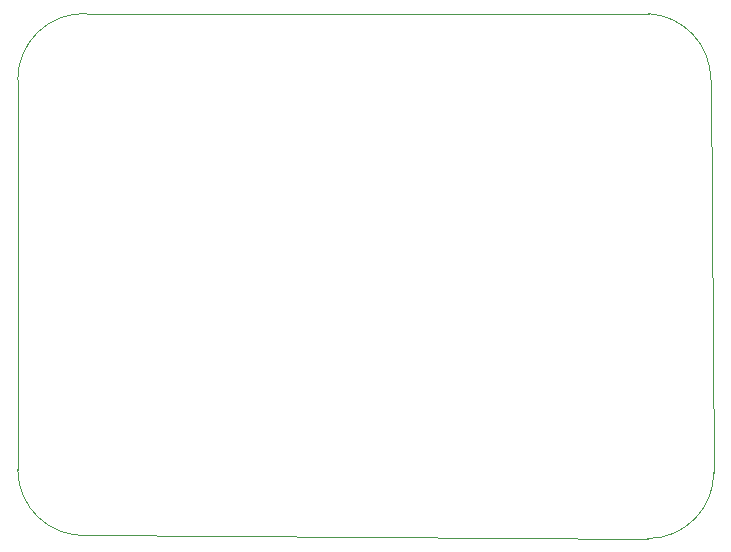
<source format=gbr>
%TF.GenerationSoftware,KiCad,Pcbnew,(5.1.7)-1*%
%TF.CreationDate,2022-10-27T22:03:01+03:00*%
%TF.ProjectId,wien_osc,7769656e-5f6f-4736-932e-6b696361645f,rev?*%
%TF.SameCoordinates,Original*%
%TF.FileFunction,Profile,NP*%
%FSLAX46Y46*%
G04 Gerber Fmt 4.6, Leading zero omitted, Abs format (unit mm)*
G04 Created by KiCad (PCBNEW (5.1.7)-1) date 2022-10-27 22:03:01*
%MOMM*%
%LPD*%
G01*
G04 APERTURE LIST*
%TA.AperFunction,Profile*%
%ADD10C,0.050000*%
%TD*%
G04 APERTURE END LIST*
D10*
X172720000Y-122682000D02*
X125277966Y-122419396D01*
X178054000Y-83820000D02*
X178308000Y-117094000D01*
X178308000Y-117094000D02*
G75*
G02*
X172720000Y-122682000I-5588000J0D01*
G01*
X119374231Y-83820001D02*
X119380000Y-116840000D01*
X172794139Y-78241643D02*
X125221999Y-78232001D01*
X119374231Y-83820001D02*
G75*
G02*
X125221999Y-78232001I5593769J1D01*
G01*
X125277966Y-122419396D02*
G75*
G02*
X119380000Y-116840000I-309966J5579396D01*
G01*
X172794139Y-78241643D02*
G75*
G02*
X178054000Y-83820000I-328139J-5578357D01*
G01*
M02*

</source>
